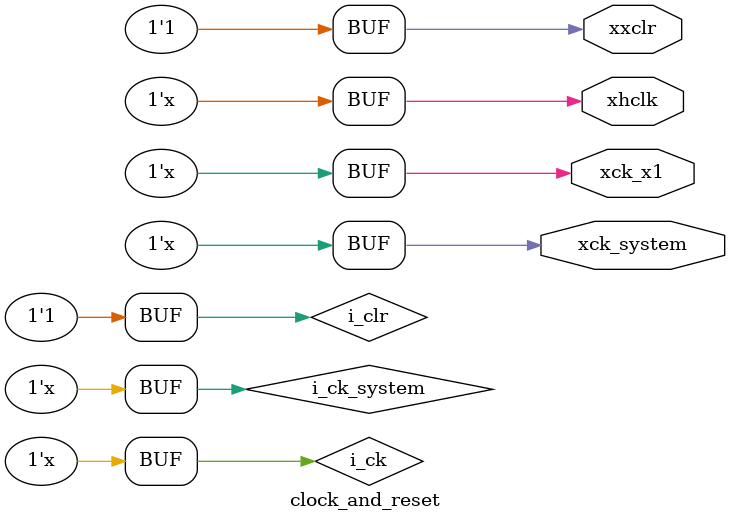
<source format=v>
`include "board_pkg_defines.v"
`include "arc600constants.v"

module clock_and_reset (
   // Clock/Reset outputs for simulation
   //
   xck_x1,
   xck_system,
   xhclk,
   xxclr);

// `include "extutil.v"
`include "clock_defs.v"

output  xck_x1; 
output  xck_system;
output  xhclk;
output  xxclr; 

 
//  Clock/Reset outputs for simulation
// 
wire    xck_x1; 
wire    xck_system;
wire    xhclk;
wire    xxclr; 

reg     i_ck; 
reg     i_ck_system;
reg     i_clr; 


//  Generate a continuous clock with the period defined by the
//  constant clock_period in extutil.v.
//

initial 
   begin
   i_ck = 1'b 1;        
   end

initial
   begin
   i_ck_system = 1'b1;
   end

// Generate a continuous clock with the period defined by the
// constant clock_period in extutil.v.
//
always 
         #(clock_period / 2.00) i_ck = ~i_ck; 


always
    #(sys_clock_period / 2.00 ) i_ck_system = ~i_ck_system; // ck_system/ck 1:1 ratio

//  Generate  2us reset pulse on startup
// 
initial 
   begin : global_reset
   integer N;
   i_clr <= 1'b 0;        
   #( 2000 + clock_period - 2.00 ); 
   i_clr <= 1'b 1;        
   end

// =============================== Output Drives ============================--
//
assign xck_x1       = i_ck;
assign xck_system   = i_ck_system;
assign xhclk        = i_ck_system;
assign xxclr        = i_clr;

endmodule // module clock_and_reset


</source>
